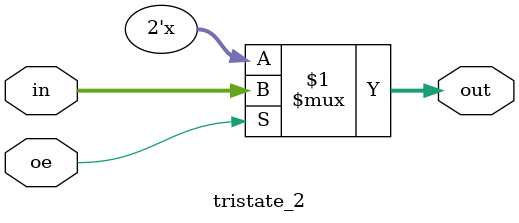
<source format=v>
module tristate(in, oe, out);

    input in, oe;
    output out;
    assign out = oe ? in : 1'bz;
    
endmodule

module tristate_32(in, oe, out);

    input [31:0] in;
    input oe;
    output [31:0] out;
    assign out = oe ? in : 32'bz;
    
endmodule

module tristate_5(in, oe, out);

    input [4:0] in;
    input oe;
    output [4:0] out;
    assign out = oe ? in : 5'bz;
    
endmodule

module tristate_2(in, oe, out);

    input [1:0] in;
    input oe;
    output [1:0] out;
    assign out = oe ? in : 2'bz;
    
endmodule
</source>
